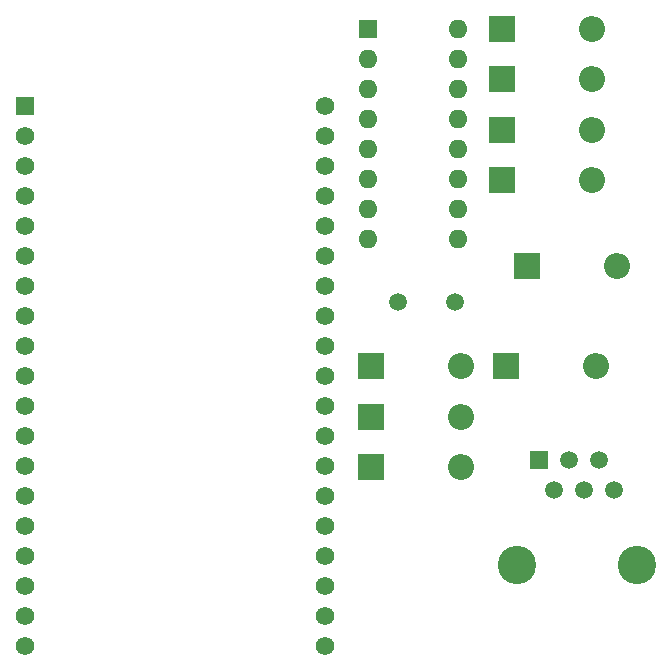
<source format=gbr>
%TF.GenerationSoftware,KiCad,Pcbnew,(5.1.10)-1*%
%TF.CreationDate,2021-06-22T20:16:26+08:00*%
%TF.ProjectId,sm8223,736d3832-3233-42e6-9b69-6361645f7063,rev?*%
%TF.SameCoordinates,Original*%
%TF.FileFunction,Soldermask,Bot*%
%TF.FilePolarity,Negative*%
%FSLAX46Y46*%
G04 Gerber Fmt 4.6, Leading zero omitted, Abs format (unit mm)*
G04 Created by KiCad (PCBNEW (5.1.10)-1) date 2021-06-22 20:16:26*
%MOMM*%
%LPD*%
G01*
G04 APERTURE LIST*
%ADD10R,2.200000X2.200000*%
%ADD11O,2.200000X2.200000*%
%ADD12C,3.250000*%
%ADD13C,1.520000*%
%ADD14R,1.520000X1.520000*%
%ADD15R,1.600000X1.600000*%
%ADD16O,1.600000X1.600000*%
%ADD17R,1.560000X1.560000*%
%ADD18C,1.560000*%
%ADD19C,1.500000*%
G04 APERTURE END LIST*
D10*
%TO.C,D2*%
X80655000Y-46125000D03*
D11*
X88275000Y-46125000D03*
%TD*%
%TO.C,D3*%
X77195000Y-70425000D03*
D10*
X69575000Y-70425000D03*
%TD*%
%TO.C,D4*%
X80945000Y-61925000D03*
D11*
X88565000Y-61925000D03*
%TD*%
%TO.C,D5*%
X77195000Y-66175000D03*
D10*
X69575000Y-66175000D03*
%TD*%
D11*
%TO.C,D6*%
X88275000Y-41875000D03*
D10*
X80655000Y-41875000D03*
%TD*%
%TO.C,D7*%
X82725000Y-53425000D03*
D11*
X90345000Y-53425000D03*
%TD*%
D10*
%TO.C,D8*%
X80655000Y-37625000D03*
D11*
X88275000Y-37625000D03*
%TD*%
%TO.C,D9*%
X77195000Y-61925000D03*
D10*
X69575000Y-61925000D03*
%TD*%
%TO.C,D10*%
X80655000Y-33375000D03*
D11*
X88275000Y-33375000D03*
%TD*%
D12*
%TO.C,J1*%
X92070000Y-78740000D03*
D13*
X90170000Y-72390000D03*
X88900000Y-69850000D03*
X87630000Y-72390000D03*
X86360000Y-69850000D03*
X85090000Y-72390000D03*
D12*
X81910000Y-78740000D03*
D14*
X83820000Y-69850000D03*
%TD*%
D15*
%TO.C,U1*%
X69325000Y-33325000D03*
D16*
X76945000Y-51105000D03*
X69325000Y-35865000D03*
X76945000Y-48565000D03*
X69325000Y-38405000D03*
X76945000Y-46025000D03*
X69325000Y-40945000D03*
X76945000Y-43485000D03*
X69325000Y-43485000D03*
X76945000Y-40945000D03*
X69325000Y-46025000D03*
X76945000Y-38405000D03*
X69325000Y-48565000D03*
X76945000Y-35865000D03*
X69325000Y-51105000D03*
X76945000Y-33325000D03*
%TD*%
D17*
%TO.C,U2*%
X40280000Y-39860000D03*
D18*
X40280000Y-42400000D03*
X40280000Y-85580000D03*
X40280000Y-44940000D03*
X40280000Y-47480000D03*
X40280000Y-50020000D03*
X40280000Y-52560000D03*
X40280000Y-55100000D03*
X40280000Y-57640000D03*
X40280000Y-60180000D03*
X40280000Y-62720000D03*
X40280000Y-65260000D03*
X40280000Y-67800000D03*
X40280000Y-70340000D03*
X40280000Y-72880000D03*
X40280000Y-75420000D03*
X40280000Y-77960000D03*
X40280000Y-80500000D03*
X40280000Y-83040000D03*
X65680000Y-39860000D03*
X65680000Y-42400000D03*
X65680000Y-44940000D03*
X65680000Y-47480000D03*
X65680000Y-50020000D03*
X65680000Y-52560000D03*
X65680000Y-55100000D03*
X65680000Y-57640000D03*
X65680000Y-60180000D03*
X65680000Y-62720000D03*
X65680000Y-65260000D03*
X65680000Y-67800000D03*
X65680000Y-70340000D03*
X65680000Y-72880000D03*
X65680000Y-75420000D03*
X65680000Y-77960000D03*
X65680000Y-80500000D03*
X65680000Y-83040000D03*
X65680000Y-85580000D03*
%TD*%
D19*
%TO.C,Y1*%
X71825000Y-56475000D03*
X76705000Y-56475000D03*
%TD*%
M02*

</source>
